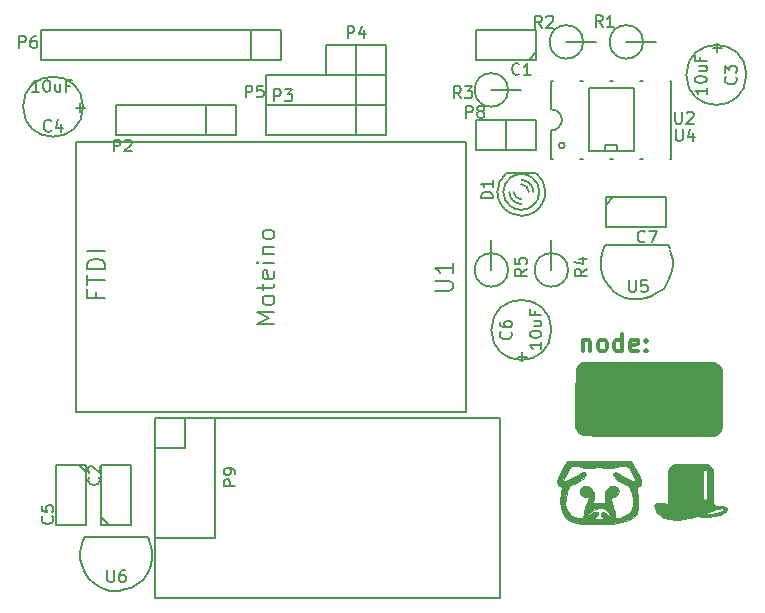
<source format=gto>
G04 #@! TF.FileFunction,Legend,Top*
%FSLAX46Y46*%
G04 Gerber Fmt 4.6, Leading zero omitted, Abs format (unit mm)*
G04 Created by KiCad (PCBNEW (2014-11-22 BZR 5299)-product) date Sun 01 Mar 2015 05:03:53 PM EST*
%MOMM*%
G01*
G04 APERTURE LIST*
%ADD10C,0.150000*%
%ADD11C,0.300000*%
%ADD12C,0.025000*%
%ADD13C,0.033000*%
%ADD14C,0.008000*%
G04 APERTURE END LIST*
D10*
D11*
X109335429Y-97341571D02*
X109335429Y-98341571D01*
X109335429Y-97484429D02*
X109406857Y-97413000D01*
X109549715Y-97341571D01*
X109764000Y-97341571D01*
X109906857Y-97413000D01*
X109978286Y-97555857D01*
X109978286Y-98341571D01*
X110906858Y-98341571D02*
X110764000Y-98270143D01*
X110692572Y-98198714D01*
X110621143Y-98055857D01*
X110621143Y-97627286D01*
X110692572Y-97484429D01*
X110764000Y-97413000D01*
X110906858Y-97341571D01*
X111121143Y-97341571D01*
X111264000Y-97413000D01*
X111335429Y-97484429D01*
X111406858Y-97627286D01*
X111406858Y-98055857D01*
X111335429Y-98198714D01*
X111264000Y-98270143D01*
X111121143Y-98341571D01*
X110906858Y-98341571D01*
X112692572Y-98341571D02*
X112692572Y-96841571D01*
X112692572Y-98270143D02*
X112549715Y-98341571D01*
X112264001Y-98341571D01*
X112121143Y-98270143D01*
X112049715Y-98198714D01*
X111978286Y-98055857D01*
X111978286Y-97627286D01*
X112049715Y-97484429D01*
X112121143Y-97413000D01*
X112264001Y-97341571D01*
X112549715Y-97341571D01*
X112692572Y-97413000D01*
X113978286Y-98270143D02*
X113835429Y-98341571D01*
X113549715Y-98341571D01*
X113406858Y-98270143D01*
X113335429Y-98127286D01*
X113335429Y-97555857D01*
X113406858Y-97413000D01*
X113549715Y-97341571D01*
X113835429Y-97341571D01*
X113978286Y-97413000D01*
X114049715Y-97555857D01*
X114049715Y-97698714D01*
X113335429Y-97841571D01*
X114692572Y-98198714D02*
X114764000Y-98270143D01*
X114692572Y-98341571D01*
X114621143Y-98270143D01*
X114692572Y-98198714D01*
X114692572Y-98341571D01*
X114692572Y-97413000D02*
X114764000Y-97484429D01*
X114692572Y-97555857D01*
X114621143Y-97484429D01*
X114692572Y-97413000D01*
X114692572Y-97555857D01*
D10*
X66421000Y-103505000D02*
X99441000Y-103505000D01*
X99441000Y-103505000D02*
X99441000Y-80645000D01*
X99441000Y-80645000D02*
X66421000Y-80645000D01*
X66421000Y-80645000D02*
X66421000Y-103505000D01*
X106680000Y-79629000D02*
X106680000Y-82042000D01*
X106680000Y-77851000D02*
X106680000Y-75438000D01*
X106680000Y-79629000D02*
G75*
G03X107569000Y-78740000I0J889000D01*
G01*
X107569000Y-78740000D02*
G75*
G03X106680000Y-77851000I-889000J0D01*
G01*
X107823000Y-80899000D02*
G75*
G03X107823000Y-80899000I-254000J0D01*
G01*
X116840000Y-82042000D02*
X116713000Y-82042000D01*
X114173000Y-82042000D02*
X114427000Y-82042000D01*
X111633000Y-82042000D02*
X111887000Y-82042000D01*
X109093000Y-82042000D02*
X109347000Y-82042000D01*
X106680000Y-82042000D02*
X106807000Y-82042000D01*
X106680000Y-75438000D02*
X106807000Y-75438000D01*
X116840000Y-75438000D02*
X116713000Y-75438000D01*
X114173000Y-75438000D02*
X114427000Y-75438000D01*
X111633000Y-75438000D02*
X111887000Y-75438000D01*
X109093000Y-75438000D02*
X109347000Y-75438000D01*
X116840000Y-82042000D02*
X116840000Y-75438000D01*
X105359200Y-73660000D02*
X100330000Y-73660000D01*
X100330000Y-73660000D02*
X100330000Y-71120000D01*
X100330000Y-71120000D02*
X105410000Y-71120000D01*
X105410000Y-71120000D02*
X105410000Y-73660000D01*
X105410000Y-73025000D02*
X104775000Y-73660000D01*
X68580000Y-112979200D02*
X68580000Y-107950000D01*
X68580000Y-107950000D02*
X71120000Y-107950000D01*
X71120000Y-107950000D02*
X71120000Y-113030000D01*
X71120000Y-113030000D02*
X68580000Y-113030000D01*
X69215000Y-113030000D02*
X68580000Y-112395000D01*
X123193173Y-74930000D02*
G75*
G03X123193173Y-74930000I-2543173J0D01*
G01*
X67033773Y-77622400D02*
G75*
G03X67033773Y-77622400I-2543173J0D01*
G01*
X67310000Y-108000800D02*
X67310000Y-113030000D01*
X67310000Y-113030000D02*
X64770000Y-113030000D01*
X64770000Y-113030000D02*
X64770000Y-107950000D01*
X64770000Y-107950000D02*
X67310000Y-107950000D01*
X66675000Y-107950000D02*
X67310000Y-108585000D01*
X106683173Y-96520000D02*
G75*
G03X106683173Y-96520000I-2543173J0D01*
G01*
X111328200Y-85293200D02*
X116357400Y-85293200D01*
X116357400Y-85293200D02*
X116357400Y-87833200D01*
X116357400Y-87833200D02*
X111277400Y-87833200D01*
X111277400Y-87833200D02*
X111277400Y-85293200D01*
X111277400Y-85928200D02*
X111912400Y-85293200D01*
X105410000Y-83261200D02*
X102870000Y-83261200D01*
X103164473Y-86006864D02*
G75*
G03X104140000Y-86360000I975527J1170864D01*
G01*
X104140469Y-86358111D02*
G75*
G03X105150920Y-85973920I-469J1522111D01*
G01*
X104139966Y-83313853D02*
G75*
G03X103149400Y-83680300I34J-1522147D01*
G01*
X105115527Y-83665136D02*
G75*
G03X104140000Y-83312000I-975527J-1170864D01*
G01*
X103252845Y-83596834D02*
G75*
G03X102616000Y-84836000I887155J-1239166D01*
G01*
X102616000Y-84836801D02*
G75*
G03X103225600Y-86055200I1524000J801D01*
G01*
X105662206Y-84835558D02*
G75*
G03X105074720Y-83634580I-1522206J-442D01*
G01*
X105076171Y-86038564D02*
G75*
G03X105664000Y-84836000I-936171J1202564D01*
G01*
X103505000Y-84836000D02*
G75*
G03X104140000Y-85471000I635000J0D01*
G01*
X103124000Y-84836000D02*
G75*
G03X104140000Y-85852000I1016000J0D01*
G01*
X104775000Y-84836000D02*
G75*
G03X104140000Y-84201000I-635000J0D01*
G01*
X105156000Y-84836000D02*
G75*
G03X104140000Y-83820000I-1016000J0D01*
G01*
X102836574Y-83277120D02*
G75*
G03X102108000Y-84836000I1303426J-1558880D01*
G01*
X102110540Y-84836975D02*
G75*
G03X103184960Y-86626700I2029460J975D01*
G01*
X106169386Y-84833448D02*
G75*
G03X105450640Y-83286600I-2029386J-2552D01*
G01*
X105149851Y-86599299D02*
G75*
G03X106172000Y-84836000I-1009851J1763299D01*
G01*
X103176653Y-86625130D02*
G75*
G03X104140000Y-86868000I963347J1789130D01*
G01*
X104140100Y-86866923D02*
G75*
G03X105204260Y-86565740I-100J2030923D01*
G01*
X77470000Y-77470000D02*
X69850000Y-77470000D01*
X77470000Y-80010000D02*
X69850000Y-80010000D01*
X80010000Y-80010000D02*
X77470000Y-80010000D01*
X69850000Y-77470000D02*
X69850000Y-80010000D01*
X77470000Y-80010000D02*
X77470000Y-77470000D01*
X80010000Y-80010000D02*
X80010000Y-77470000D01*
X80010000Y-77470000D02*
X77470000Y-77470000D01*
X90170000Y-77470000D02*
X82550000Y-77470000D01*
X90170000Y-80010000D02*
X82550000Y-80010000D01*
X92710000Y-80010000D02*
X90170000Y-80010000D01*
X82550000Y-77470000D02*
X82550000Y-80010000D01*
X90170000Y-80010000D02*
X90170000Y-77470000D01*
X92710000Y-80010000D02*
X92710000Y-77470000D01*
X92710000Y-77470000D02*
X90170000Y-77470000D01*
X90170000Y-72390000D02*
X90170000Y-74930000D01*
X87630000Y-72390000D02*
X87630000Y-74930000D01*
X87630000Y-74930000D02*
X90170000Y-74930000D01*
X90170000Y-74930000D02*
X92710000Y-74930000D01*
X92710000Y-74930000D02*
X92710000Y-72390000D01*
X92710000Y-72390000D02*
X87630000Y-72390000D01*
X90170000Y-74930000D02*
X82550000Y-74930000D01*
X90170000Y-77470000D02*
X82550000Y-77470000D01*
X92710000Y-77470000D02*
X90170000Y-77470000D01*
X82550000Y-74930000D02*
X82550000Y-77470000D01*
X90170000Y-77470000D02*
X90170000Y-74930000D01*
X92710000Y-77470000D02*
X92710000Y-74930000D01*
X92710000Y-74930000D02*
X90170000Y-74930000D01*
X81280000Y-73660000D02*
X63500000Y-73660000D01*
X63500000Y-73660000D02*
X63500000Y-71120000D01*
X63500000Y-71120000D02*
X81280000Y-71120000D01*
X83820000Y-73660000D02*
X81280000Y-73660000D01*
X81280000Y-73660000D02*
X81280000Y-71120000D01*
X83820000Y-73660000D02*
X83820000Y-71120000D01*
X83820000Y-71120000D02*
X81280000Y-71120000D01*
X102870000Y-78740000D02*
X102870000Y-81280000D01*
X100330000Y-78740000D02*
X100330000Y-81280000D01*
X100330000Y-81280000D02*
X102870000Y-81280000D01*
X102870000Y-81280000D02*
X105410000Y-81280000D01*
X105410000Y-81280000D02*
X105410000Y-78740000D01*
X105410000Y-78740000D02*
X100330000Y-78740000D01*
X113030000Y-72136000D02*
X115570000Y-72136000D01*
X114449903Y-72136000D02*
G75*
G03X114449903Y-72136000I-1419903J0D01*
G01*
X107950000Y-72136000D02*
X110490000Y-72136000D01*
X109369903Y-72136000D02*
G75*
G03X109369903Y-72136000I-1419903J0D01*
G01*
X101600000Y-76200000D02*
X104140000Y-76200000D01*
X103019903Y-76200000D02*
G75*
G03X103019903Y-76200000I-1419903J0D01*
G01*
X106680000Y-91440000D02*
X106680000Y-88900000D01*
X108099903Y-91440000D02*
G75*
G03X108099903Y-91440000I-1419903J0D01*
G01*
X101600000Y-91440000D02*
X101600000Y-88900000D01*
X103019903Y-91440000D02*
G75*
G03X103019903Y-91440000I-1419903J0D01*
G01*
X113538000Y-81407000D02*
X113665000Y-81407000D01*
X113665000Y-81407000D02*
X113665000Y-76073000D01*
X109855000Y-76073000D02*
X109855000Y-81407000D01*
X109855000Y-81407000D02*
X113538000Y-81407000D01*
X111252000Y-81407000D02*
X111252000Y-80899000D01*
X111252000Y-80899000D02*
X112268000Y-80899000D01*
X112268000Y-80899000D02*
X112268000Y-81407000D01*
X109855000Y-76073000D02*
X113665000Y-76073000D01*
X113893600Y-93929200D02*
X113385600Y-93929200D01*
X113385600Y-93929200D02*
X112877600Y-93802200D01*
X112877600Y-93802200D02*
X112369600Y-93548200D01*
X112369600Y-93548200D02*
X111988600Y-93294200D01*
X111988600Y-93294200D02*
X111607600Y-92913200D01*
X111607600Y-92913200D02*
X111226600Y-92405200D01*
X111226600Y-92405200D02*
X110972600Y-91770200D01*
X110972600Y-91770200D02*
X110845600Y-91262200D01*
X110845600Y-91262200D02*
X110845600Y-90627200D01*
X110845600Y-90627200D02*
X110972600Y-89992200D01*
X110972600Y-89992200D02*
X111099600Y-89611200D01*
X111099600Y-89611200D02*
X111226600Y-89357200D01*
X116687600Y-89738200D02*
X116814600Y-90119200D01*
X116814600Y-90119200D02*
X116941600Y-90627200D01*
X116941600Y-90627200D02*
X116941600Y-91135200D01*
X116941600Y-91135200D02*
X116814600Y-91770200D01*
X116814600Y-91770200D02*
X116560600Y-92405200D01*
X116560600Y-92405200D02*
X116179600Y-93040200D01*
X116179600Y-93040200D02*
X115544600Y-93421200D01*
X115544600Y-93421200D02*
X115163600Y-93675200D01*
X115163600Y-93675200D02*
X114655600Y-93802200D01*
X114655600Y-93802200D02*
X114147600Y-93929200D01*
X114147600Y-93929200D02*
X113893600Y-93929200D01*
X116560600Y-89357200D02*
X116687600Y-89611200D01*
X116560600Y-89357200D02*
X111226600Y-89357200D01*
X69850000Y-118618000D02*
X69342000Y-118618000D01*
X69342000Y-118618000D02*
X68834000Y-118491000D01*
X68834000Y-118491000D02*
X68326000Y-118237000D01*
X68326000Y-118237000D02*
X67945000Y-117983000D01*
X67945000Y-117983000D02*
X67564000Y-117602000D01*
X67564000Y-117602000D02*
X67183000Y-117094000D01*
X67183000Y-117094000D02*
X66929000Y-116459000D01*
X66929000Y-116459000D02*
X66802000Y-115951000D01*
X66802000Y-115951000D02*
X66802000Y-115316000D01*
X66802000Y-115316000D02*
X66929000Y-114681000D01*
X66929000Y-114681000D02*
X67056000Y-114300000D01*
X67056000Y-114300000D02*
X67183000Y-114046000D01*
X72644000Y-114427000D02*
X72771000Y-114808000D01*
X72771000Y-114808000D02*
X72898000Y-115316000D01*
X72898000Y-115316000D02*
X72898000Y-115824000D01*
X72898000Y-115824000D02*
X72771000Y-116459000D01*
X72771000Y-116459000D02*
X72517000Y-117094000D01*
X72517000Y-117094000D02*
X72136000Y-117729000D01*
X72136000Y-117729000D02*
X71501000Y-118110000D01*
X71501000Y-118110000D02*
X71120000Y-118364000D01*
X71120000Y-118364000D02*
X70612000Y-118491000D01*
X70612000Y-118491000D02*
X70104000Y-118618000D01*
X70104000Y-118618000D02*
X69850000Y-118618000D01*
X72517000Y-114046000D02*
X72644000Y-114300000D01*
X72517000Y-114046000D02*
X67183000Y-114046000D01*
X73126600Y-114096800D02*
X73126600Y-119176800D01*
X73126600Y-119176800D02*
X102336600Y-119176800D01*
X102336600Y-119176800D02*
X102336600Y-103936800D01*
X102336600Y-103936800D02*
X78206600Y-103936800D01*
X73126600Y-106476800D02*
X73126600Y-114096800D01*
X73126600Y-114096800D02*
X78206600Y-114096800D01*
X78206600Y-114096800D02*
X78206600Y-103936800D01*
X78206600Y-103936800D02*
X75666600Y-103936800D01*
X73126600Y-103936800D02*
X73126600Y-106476800D01*
X75666600Y-103936800D02*
X75666600Y-106476800D01*
X75666600Y-106476800D02*
X73126600Y-106476800D01*
X73126600Y-103936800D02*
X75666600Y-103936800D01*
D12*
G36*
X114297006Y-109327794D02*
X114265489Y-109617715D01*
X114079805Y-109759755D01*
X113914919Y-109864871D01*
X113925048Y-109999983D01*
X113971309Y-110201285D01*
X114017623Y-110545686D01*
X114049750Y-110904421D01*
X114045308Y-111512954D01*
X113925944Y-111994438D01*
X113814634Y-112156768D01*
X113814634Y-109319168D01*
X113790471Y-109204825D01*
X113680541Y-108952782D01*
X113520293Y-108639644D01*
X113320246Y-108292403D01*
X113164120Y-108101806D01*
X113001871Y-108022472D01*
X112824448Y-108008616D01*
X112467384Y-108058799D01*
X112181935Y-108160015D01*
X111934910Y-108245358D01*
X111630522Y-108245529D01*
X111318558Y-108193030D01*
X110631528Y-108133537D01*
X110169442Y-108193030D01*
X109767143Y-108253543D01*
X109486219Y-108231332D01*
X109306065Y-108160015D01*
X108975650Y-108048203D01*
X108663551Y-108008616D01*
X108457550Y-108029601D01*
X108299663Y-108123768D01*
X108139849Y-108336497D01*
X107967707Y-108639644D01*
X107799179Y-108970150D01*
X107693555Y-109215746D01*
X107673366Y-109319168D01*
X107820119Y-109326873D01*
X108094462Y-109242022D01*
X108435111Y-109090247D01*
X108780782Y-108897182D01*
X108943867Y-108787753D01*
X109217524Y-108601878D01*
X109379075Y-108541243D01*
X109489423Y-108590690D01*
X109535123Y-108640605D01*
X109601725Y-108771140D01*
X109541476Y-108909087D01*
X109327243Y-109111285D01*
X109299212Y-109134802D01*
X108967740Y-109368028D01*
X108624013Y-109547118D01*
X108551587Y-109574194D01*
X108319702Y-109681604D01*
X108168396Y-109857933D01*
X108044910Y-110171224D01*
X108016554Y-110264219D01*
X107885992Y-110796297D01*
X107861972Y-111208144D01*
X107945790Y-111575911D01*
X108042638Y-111795649D01*
X108329291Y-112159764D01*
X108627333Y-112318528D01*
X109032480Y-112435743D01*
X109274333Y-112443798D01*
X109386959Y-112336937D01*
X109407158Y-112186757D01*
X109446413Y-111926740D01*
X109546990Y-111561581D01*
X109629909Y-111323379D01*
X109751226Y-110999691D01*
X109832153Y-110775151D01*
X109852716Y-110709465D01*
X109757505Y-110688116D01*
X109629965Y-110683226D01*
X109629965Y-110180298D01*
X109574263Y-110124596D01*
X109518561Y-110180298D01*
X109574263Y-110236000D01*
X109629965Y-110180298D01*
X109629965Y-110683226D01*
X109587904Y-110681614D01*
X109289476Y-110598003D01*
X109118732Y-110392635D01*
X109086907Y-110133708D01*
X109205240Y-109889423D01*
X109433393Y-109743840D01*
X109676054Y-109697198D01*
X109882535Y-109784101D01*
X110028949Y-109908703D01*
X110212970Y-110118788D01*
X110283172Y-110346504D01*
X110272401Y-110681614D01*
X110225041Y-111182930D01*
X110744000Y-111182930D01*
X111262959Y-111182930D01*
X111215599Y-110681614D01*
X111205465Y-110339639D01*
X111278179Y-110113630D01*
X111459051Y-109908703D01*
X111693414Y-109730010D01*
X111902064Y-109701995D01*
X112054607Y-109743840D01*
X112311997Y-109922067D01*
X112407167Y-110172028D01*
X112352049Y-110426483D01*
X112158578Y-110618192D01*
X111969439Y-110662554D01*
X111969439Y-110180298D01*
X111913737Y-110124596D01*
X111858035Y-110180298D01*
X111913737Y-110236000D01*
X111969439Y-110180298D01*
X111969439Y-110662554D01*
X111888177Y-110681614D01*
X111694059Y-110712098D01*
X111676732Y-110830966D01*
X111694057Y-110876570D01*
X111929055Y-111483661D01*
X112051707Y-111938438D01*
X112075952Y-112170109D01*
X112094319Y-112374717D01*
X112184078Y-112448878D01*
X112410215Y-112430243D01*
X112498605Y-112414978D01*
X113030783Y-112232774D01*
X113393965Y-111908702D01*
X113584749Y-111449964D01*
X113599731Y-110863767D01*
X113487181Y-110322668D01*
X113365064Y-109954873D01*
X113238869Y-109742257D01*
X113061935Y-109621294D01*
X112937689Y-109574615D01*
X112611657Y-109421628D01*
X112263605Y-109194223D01*
X112188788Y-109134802D01*
X111959220Y-108923949D01*
X111886102Y-108782513D01*
X111942300Y-108653652D01*
X111952877Y-108640605D01*
X112059880Y-108549467D01*
X112192521Y-108562048D01*
X112411704Y-108693506D01*
X112544133Y-108787753D01*
X112867858Y-108992245D01*
X113218788Y-109168928D01*
X113535638Y-109292167D01*
X113757124Y-109336329D01*
X113814634Y-109319168D01*
X113814634Y-112156768D01*
X113673732Y-112362253D01*
X113270742Y-112629773D01*
X112699046Y-112810378D01*
X111940716Y-112917445D01*
X111613441Y-112936849D01*
X111613441Y-112281969D01*
X111548592Y-112034023D01*
X111330440Y-111797843D01*
X111024548Y-111626903D01*
X110744000Y-111572842D01*
X110419015Y-111642427D01*
X110133844Y-111819099D01*
X109930403Y-112054739D01*
X109850610Y-112301225D01*
X109931458Y-112505621D01*
X110074537Y-112540376D01*
X110376198Y-112557284D01*
X110772684Y-112552918D01*
X110794835Y-112552040D01*
X111208656Y-112528272D01*
X111449484Y-112488527D01*
X111567133Y-112416369D01*
X111611416Y-112295366D01*
X111613441Y-112281969D01*
X111613441Y-112936849D01*
X111301018Y-112955374D01*
X110687917Y-112968454D01*
X110082472Y-112965405D01*
X109559244Y-112947485D01*
X109225803Y-112920384D01*
X108512673Y-112765887D01*
X107987600Y-112498236D01*
X107640361Y-112105900D01*
X107460731Y-111577348D01*
X107438249Y-110904421D01*
X107475536Y-110499772D01*
X107522418Y-110168248D01*
X107562952Y-109999983D01*
X107552843Y-109833457D01*
X107408195Y-109759755D01*
X107220528Y-109613741D01*
X107191882Y-109321241D01*
X107321118Y-108890655D01*
X107600527Y-108341644D01*
X108021966Y-107618018D01*
X108742413Y-107639071D01*
X109324760Y-107650750D01*
X110052282Y-107657503D01*
X110847399Y-107659332D01*
X111632532Y-107656236D01*
X112330103Y-107648215D01*
X112745587Y-107639071D01*
X113466034Y-107618018D01*
X113887473Y-108341644D01*
X114170621Y-108899636D01*
X114297006Y-109327794D01*
X114297006Y-109327794D01*
X114297006Y-109327794D01*
G37*
X114297006Y-109327794D02*
X114265489Y-109617715D01*
X114079805Y-109759755D01*
X113914919Y-109864871D01*
X113925048Y-109999983D01*
X113971309Y-110201285D01*
X114017623Y-110545686D01*
X114049750Y-110904421D01*
X114045308Y-111512954D01*
X113925944Y-111994438D01*
X113814634Y-112156768D01*
X113814634Y-109319168D01*
X113790471Y-109204825D01*
X113680541Y-108952782D01*
X113520293Y-108639644D01*
X113320246Y-108292403D01*
X113164120Y-108101806D01*
X113001871Y-108022472D01*
X112824448Y-108008616D01*
X112467384Y-108058799D01*
X112181935Y-108160015D01*
X111934910Y-108245358D01*
X111630522Y-108245529D01*
X111318558Y-108193030D01*
X110631528Y-108133537D01*
X110169442Y-108193030D01*
X109767143Y-108253543D01*
X109486219Y-108231332D01*
X109306065Y-108160015D01*
X108975650Y-108048203D01*
X108663551Y-108008616D01*
X108457550Y-108029601D01*
X108299663Y-108123768D01*
X108139849Y-108336497D01*
X107967707Y-108639644D01*
X107799179Y-108970150D01*
X107693555Y-109215746D01*
X107673366Y-109319168D01*
X107820119Y-109326873D01*
X108094462Y-109242022D01*
X108435111Y-109090247D01*
X108780782Y-108897182D01*
X108943867Y-108787753D01*
X109217524Y-108601878D01*
X109379075Y-108541243D01*
X109489423Y-108590690D01*
X109535123Y-108640605D01*
X109601725Y-108771140D01*
X109541476Y-108909087D01*
X109327243Y-109111285D01*
X109299212Y-109134802D01*
X108967740Y-109368028D01*
X108624013Y-109547118D01*
X108551587Y-109574194D01*
X108319702Y-109681604D01*
X108168396Y-109857933D01*
X108044910Y-110171224D01*
X108016554Y-110264219D01*
X107885992Y-110796297D01*
X107861972Y-111208144D01*
X107945790Y-111575911D01*
X108042638Y-111795649D01*
X108329291Y-112159764D01*
X108627333Y-112318528D01*
X109032480Y-112435743D01*
X109274333Y-112443798D01*
X109386959Y-112336937D01*
X109407158Y-112186757D01*
X109446413Y-111926740D01*
X109546990Y-111561581D01*
X109629909Y-111323379D01*
X109751226Y-110999691D01*
X109832153Y-110775151D01*
X109852716Y-110709465D01*
X109757505Y-110688116D01*
X109629965Y-110683226D01*
X109629965Y-110180298D01*
X109574263Y-110124596D01*
X109518561Y-110180298D01*
X109574263Y-110236000D01*
X109629965Y-110180298D01*
X109629965Y-110683226D01*
X109587904Y-110681614D01*
X109289476Y-110598003D01*
X109118732Y-110392635D01*
X109086907Y-110133708D01*
X109205240Y-109889423D01*
X109433393Y-109743840D01*
X109676054Y-109697198D01*
X109882535Y-109784101D01*
X110028949Y-109908703D01*
X110212970Y-110118788D01*
X110283172Y-110346504D01*
X110272401Y-110681614D01*
X110225041Y-111182930D01*
X110744000Y-111182930D01*
X111262959Y-111182930D01*
X111215599Y-110681614D01*
X111205465Y-110339639D01*
X111278179Y-110113630D01*
X111459051Y-109908703D01*
X111693414Y-109730010D01*
X111902064Y-109701995D01*
X112054607Y-109743840D01*
X112311997Y-109922067D01*
X112407167Y-110172028D01*
X112352049Y-110426483D01*
X112158578Y-110618192D01*
X111969439Y-110662554D01*
X111969439Y-110180298D01*
X111913737Y-110124596D01*
X111858035Y-110180298D01*
X111913737Y-110236000D01*
X111969439Y-110180298D01*
X111969439Y-110662554D01*
X111888177Y-110681614D01*
X111694059Y-110712098D01*
X111676732Y-110830966D01*
X111694057Y-110876570D01*
X111929055Y-111483661D01*
X112051707Y-111938438D01*
X112075952Y-112170109D01*
X112094319Y-112374717D01*
X112184078Y-112448878D01*
X112410215Y-112430243D01*
X112498605Y-112414978D01*
X113030783Y-112232774D01*
X113393965Y-111908702D01*
X113584749Y-111449964D01*
X113599731Y-110863767D01*
X113487181Y-110322668D01*
X113365064Y-109954873D01*
X113238869Y-109742257D01*
X113061935Y-109621294D01*
X112937689Y-109574615D01*
X112611657Y-109421628D01*
X112263605Y-109194223D01*
X112188788Y-109134802D01*
X111959220Y-108923949D01*
X111886102Y-108782513D01*
X111942300Y-108653652D01*
X111952877Y-108640605D01*
X112059880Y-108549467D01*
X112192521Y-108562048D01*
X112411704Y-108693506D01*
X112544133Y-108787753D01*
X112867858Y-108992245D01*
X113218788Y-109168928D01*
X113535638Y-109292167D01*
X113757124Y-109336329D01*
X113814634Y-109319168D01*
X113814634Y-112156768D01*
X113673732Y-112362253D01*
X113270742Y-112629773D01*
X112699046Y-112810378D01*
X111940716Y-112917445D01*
X111613441Y-112936849D01*
X111613441Y-112281969D01*
X111548592Y-112034023D01*
X111330440Y-111797843D01*
X111024548Y-111626903D01*
X110744000Y-111572842D01*
X110419015Y-111642427D01*
X110133844Y-111819099D01*
X109930403Y-112054739D01*
X109850610Y-112301225D01*
X109931458Y-112505621D01*
X110074537Y-112540376D01*
X110376198Y-112557284D01*
X110772684Y-112552918D01*
X110794835Y-112552040D01*
X111208656Y-112528272D01*
X111449484Y-112488527D01*
X111567133Y-112416369D01*
X111611416Y-112295366D01*
X111613441Y-112281969D01*
X111613441Y-112936849D01*
X111301018Y-112955374D01*
X110687917Y-112968454D01*
X110082472Y-112965405D01*
X109559244Y-112947485D01*
X109225803Y-112920384D01*
X108512673Y-112765887D01*
X107987600Y-112498236D01*
X107640361Y-112105900D01*
X107460731Y-111577348D01*
X107438249Y-110904421D01*
X107475536Y-110499772D01*
X107522418Y-110168248D01*
X107562952Y-109999983D01*
X107552843Y-109833457D01*
X107408195Y-109759755D01*
X107220528Y-109613741D01*
X107191882Y-109321241D01*
X107321118Y-108890655D01*
X107600527Y-108341644D01*
X108021966Y-107618018D01*
X108742413Y-107639071D01*
X109324760Y-107650750D01*
X110052282Y-107657503D01*
X110847399Y-107659332D01*
X111632532Y-107656236D01*
X112330103Y-107648215D01*
X112745587Y-107639071D01*
X113466034Y-107618018D01*
X113887473Y-108341644D01*
X114170621Y-108899636D01*
X114297006Y-109327794D01*
X114297006Y-109327794D01*
G36*
X110637084Y-112125962D02*
X110548012Y-112298409D01*
X110362181Y-112422906D01*
X110270535Y-112443619D01*
X110025670Y-112424477D01*
X109964175Y-112326645D01*
X110061445Y-112085385D01*
X110297319Y-111929687D01*
X110439818Y-111907053D01*
X110608114Y-111973024D01*
X110637084Y-112125962D01*
X110637084Y-112125962D01*
X110637084Y-112125962D01*
G37*
X110637084Y-112125962D02*
X110548012Y-112298409D01*
X110362181Y-112422906D01*
X110270535Y-112443619D01*
X110025670Y-112424477D01*
X109964175Y-112326645D01*
X110061445Y-112085385D01*
X110297319Y-111929687D01*
X110439818Y-111907053D01*
X110608114Y-111973024D01*
X110637084Y-112125962D01*
X110637084Y-112125962D01*
G36*
X111523825Y-112319246D02*
X111432159Y-112420273D01*
X111227141Y-112464341D01*
X111013735Y-112438986D01*
X110929672Y-112389801D01*
X110849630Y-112198850D01*
X110897757Y-112002889D01*
X111046491Y-111907307D01*
X111055930Y-111907053D01*
X111321353Y-111992213D01*
X111497153Y-112195777D01*
X111523825Y-112319246D01*
X111523825Y-112319246D01*
X111523825Y-112319246D01*
G37*
X111523825Y-112319246D02*
X111432159Y-112420273D01*
X111227141Y-112464341D01*
X111013735Y-112438986D01*
X110929672Y-112389801D01*
X110849630Y-112198850D01*
X110897757Y-112002889D01*
X111046491Y-111907307D01*
X111055930Y-111907053D01*
X111321353Y-111992213D01*
X111497153Y-112195777D01*
X111523825Y-112319246D01*
X111523825Y-112319246D01*
D13*
G36*
X121558238Y-111707120D02*
X121539650Y-111776981D01*
X121534607Y-111788000D01*
X121501832Y-111839186D01*
X121452216Y-111895596D01*
X121390754Y-111952127D01*
X121326027Y-112001233D01*
X121266430Y-112036175D01*
X121266430Y-111693206D01*
X121262306Y-111675281D01*
X121242053Y-111654966D01*
X121240221Y-111653386D01*
X121211515Y-111636409D01*
X121171764Y-111627011D01*
X121117970Y-111625086D01*
X121047140Y-111630531D01*
X120956276Y-111643240D01*
X120954873Y-111643465D01*
X120883986Y-111656056D01*
X120809073Y-111671912D01*
X120728093Y-111691660D01*
X120639009Y-111715927D01*
X120539782Y-111745337D01*
X120428371Y-111780516D01*
X120302738Y-111822092D01*
X120160845Y-111870689D01*
X120000652Y-111926934D01*
X119879948Y-111970070D01*
X119879948Y-110763852D01*
X119879903Y-109615226D01*
X119879885Y-109422929D01*
X119879827Y-109253309D01*
X119879699Y-109104885D01*
X119879472Y-108976177D01*
X119879114Y-108865706D01*
X119878598Y-108771992D01*
X119877891Y-108693555D01*
X119876964Y-108628916D01*
X119875789Y-108576594D01*
X119874333Y-108535111D01*
X119872568Y-108502987D01*
X119870464Y-108478740D01*
X119867990Y-108460893D01*
X119865118Y-108447966D01*
X119861815Y-108438477D01*
X119858054Y-108430949D01*
X119855858Y-108427238D01*
X119814748Y-108379885D01*
X119763852Y-108351149D01*
X119708085Y-108340878D01*
X119652365Y-108348920D01*
X119601607Y-108375124D01*
X119560729Y-108419338D01*
X119550846Y-108436647D01*
X119547269Y-108444983D01*
X119544117Y-108455855D01*
X119541365Y-108470753D01*
X119538986Y-108491167D01*
X119536952Y-108518586D01*
X119535237Y-108554499D01*
X119533815Y-108600395D01*
X119532657Y-108657764D01*
X119531738Y-108728096D01*
X119531030Y-108812880D01*
X119530506Y-108913605D01*
X119530140Y-109031761D01*
X119529904Y-109168836D01*
X119529773Y-109326322D01*
X119529718Y-109505705D01*
X119529710Y-109607160D01*
X119529716Y-109797627D01*
X119529761Y-109965447D01*
X119529878Y-110112130D01*
X119530097Y-110239185D01*
X119530451Y-110348122D01*
X119530971Y-110440449D01*
X119531689Y-110517675D01*
X119532636Y-110581310D01*
X119533844Y-110632864D01*
X119535345Y-110673844D01*
X119537171Y-110705761D01*
X119539353Y-110730124D01*
X119541922Y-110748441D01*
X119544911Y-110762223D01*
X119548351Y-110772978D01*
X119552274Y-110782215D01*
X119554461Y-110786807D01*
X119586286Y-110832951D01*
X119629947Y-110863078D01*
X119683140Y-110883445D01*
X119729023Y-110885604D01*
X119775987Y-110869703D01*
X119783514Y-110865838D01*
X119819565Y-110839821D01*
X119850720Y-110806571D01*
X119852773Y-110803663D01*
X119879948Y-110763852D01*
X119879948Y-111970070D01*
X119820120Y-111991451D01*
X119813520Y-111993827D01*
X119733968Y-112022824D01*
X119674890Y-112045526D01*
X119633860Y-112063331D01*
X119608457Y-112077640D01*
X119596255Y-112089852D01*
X119594832Y-112101366D01*
X119601762Y-112113582D01*
X119603160Y-112115306D01*
X119611150Y-112122439D01*
X119623711Y-112127473D01*
X119644251Y-112130587D01*
X119676176Y-112131961D01*
X119722892Y-112131772D01*
X119787806Y-112130200D01*
X119849718Y-112128246D01*
X119930464Y-112125074D01*
X120010967Y-112121027D01*
X120084948Y-112116481D01*
X120146128Y-112111817D01*
X120181893Y-112108222D01*
X120368543Y-112082199D01*
X120541085Y-112051222D01*
X120698302Y-112015729D01*
X120838978Y-111976160D01*
X120961896Y-111932954D01*
X121065838Y-111886549D01*
X121149589Y-111837385D01*
X121211930Y-111785900D01*
X121251646Y-111732534D01*
X121257374Y-111720228D01*
X121266430Y-111693206D01*
X121266430Y-112036175D01*
X121224188Y-112060942D01*
X121101336Y-112116133D01*
X120960261Y-112166399D01*
X120803754Y-112211334D01*
X120634605Y-112250530D01*
X120455604Y-112283581D01*
X120269541Y-112310081D01*
X120079207Y-112329621D01*
X119887391Y-112341796D01*
X119696884Y-112346198D01*
X119510477Y-112342421D01*
X119330959Y-112330059D01*
X119188459Y-112312878D01*
X119125497Y-112304022D01*
X119068023Y-112296679D01*
X119021889Y-112291547D01*
X118992950Y-112289323D01*
X118990592Y-112289283D01*
X118966871Y-112292503D01*
X118924559Y-112301467D01*
X118868231Y-112315078D01*
X118802462Y-112332240D01*
X118742997Y-112348673D01*
X118544840Y-112403318D01*
X118365156Y-112449379D01*
X118200090Y-112487493D01*
X118045789Y-112518298D01*
X117898399Y-112542428D01*
X117754064Y-112560522D01*
X117608933Y-112573215D01*
X117459149Y-112581143D01*
X117313413Y-112584785D01*
X117227965Y-112585728D01*
X117148432Y-112586190D01*
X117078677Y-112586182D01*
X117022566Y-112585714D01*
X116983964Y-112584795D01*
X116969196Y-112583863D01*
X116858201Y-112570241D01*
X116766510Y-112557910D01*
X116689371Y-112545979D01*
X116622030Y-112533557D01*
X116559734Y-112519756D01*
X116497730Y-112503684D01*
X116431266Y-112484452D01*
X116419656Y-112480948D01*
X116231758Y-112413346D01*
X116059524Y-112329517D01*
X115903892Y-112230191D01*
X115765804Y-112116098D01*
X115646201Y-111987969D01*
X115546024Y-111846531D01*
X115502909Y-111769882D01*
X115448676Y-111650888D01*
X115414723Y-111543238D01*
X115400992Y-111447286D01*
X115407426Y-111363386D01*
X115433965Y-111291892D01*
X115480552Y-111233158D01*
X115547128Y-111187538D01*
X115602569Y-111164592D01*
X115634772Y-111154594D01*
X115664373Y-111147818D01*
X115696627Y-111143893D01*
X115736783Y-111142449D01*
X115790097Y-111143116D01*
X115861820Y-111145522D01*
X115869093Y-111145801D01*
X115968441Y-111151465D01*
X116060344Y-111160200D01*
X116137976Y-111171294D01*
X116166022Y-111176776D01*
X116259019Y-111197119D01*
X116331271Y-111212870D01*
X116385678Y-111224384D01*
X116425137Y-111232019D01*
X116452548Y-111236129D01*
X116470808Y-111237072D01*
X116482818Y-111235204D01*
X116491475Y-111230880D01*
X116499677Y-111224457D01*
X116507009Y-111218673D01*
X116535190Y-111192405D01*
X116555353Y-111164827D01*
X116557813Y-111154893D01*
X116560011Y-111134456D01*
X116561960Y-111102412D01*
X116563671Y-111057659D01*
X116565157Y-110999092D01*
X116566430Y-110925608D01*
X116567504Y-110836104D01*
X116568389Y-110729476D01*
X116569099Y-110604623D01*
X116569646Y-110460438D01*
X116570042Y-110295821D01*
X116570299Y-110109666D01*
X116570431Y-109900872D01*
X116570450Y-109816890D01*
X116570590Y-109577652D01*
X116570943Y-109362196D01*
X116571512Y-109170150D01*
X116572303Y-109001143D01*
X116573318Y-108854802D01*
X116574560Y-108730755D01*
X116576033Y-108628629D01*
X116577742Y-108548053D01*
X116579689Y-108488655D01*
X116581879Y-108450062D01*
X116583794Y-108433981D01*
X116595353Y-108392964D01*
X116614531Y-108340093D01*
X116637770Y-108284932D01*
X116645243Y-108268860D01*
X116707055Y-108166252D01*
X116787431Y-108075072D01*
X116882534Y-107998281D01*
X116988526Y-107938840D01*
X117101571Y-107899709D01*
X117132246Y-107893114D01*
X117153600Y-107890759D01*
X117191355Y-107888705D01*
X117246245Y-107886947D01*
X117319005Y-107885481D01*
X117410370Y-107884300D01*
X117521076Y-107883400D01*
X117651856Y-107882776D01*
X117803444Y-107882422D01*
X117976578Y-107882333D01*
X118171990Y-107882503D01*
X118390416Y-107882929D01*
X118521195Y-107883271D01*
X119837676Y-107886992D01*
X119912833Y-107915102D01*
X120032194Y-107972313D01*
X120138173Y-108048837D01*
X120228866Y-108142732D01*
X120302370Y-108252058D01*
X120352940Y-108363939D01*
X120381177Y-108442445D01*
X120387216Y-109839419D01*
X120393255Y-111236392D01*
X120430025Y-111288756D01*
X120463028Y-111326409D01*
X120503125Y-111359957D01*
X120518924Y-111369936D01*
X120536335Y-111379069D01*
X120553567Y-111386067D01*
X120574038Y-111391246D01*
X120601166Y-111394917D01*
X120638371Y-111397395D01*
X120689070Y-111398992D01*
X120756683Y-111400023D01*
X120844627Y-111400800D01*
X120856567Y-111400890D01*
X120975856Y-111402657D01*
X121074734Y-111406357D01*
X121156904Y-111412531D01*
X121226070Y-111421719D01*
X121285935Y-111434460D01*
X121340204Y-111451295D01*
X121392580Y-111472764D01*
X121411895Y-111481832D01*
X121479651Y-111525204D01*
X121527271Y-111578818D01*
X121553789Y-111640261D01*
X121558238Y-111707120D01*
X121558238Y-111707120D01*
X121558238Y-111707120D01*
G37*
X121558238Y-111707120D02*
X121539650Y-111776981D01*
X121534607Y-111788000D01*
X121501832Y-111839186D01*
X121452216Y-111895596D01*
X121390754Y-111952127D01*
X121326027Y-112001233D01*
X121266430Y-112036175D01*
X121266430Y-111693206D01*
X121262306Y-111675281D01*
X121242053Y-111654966D01*
X121240221Y-111653386D01*
X121211515Y-111636409D01*
X121171764Y-111627011D01*
X121117970Y-111625086D01*
X121047140Y-111630531D01*
X120956276Y-111643240D01*
X120954873Y-111643465D01*
X120883986Y-111656056D01*
X120809073Y-111671912D01*
X120728093Y-111691660D01*
X120639009Y-111715927D01*
X120539782Y-111745337D01*
X120428371Y-111780516D01*
X120302738Y-111822092D01*
X120160845Y-111870689D01*
X120000652Y-111926934D01*
X119879948Y-111970070D01*
X119879948Y-110763852D01*
X119879903Y-109615226D01*
X119879885Y-109422929D01*
X119879827Y-109253309D01*
X119879699Y-109104885D01*
X119879472Y-108976177D01*
X119879114Y-108865706D01*
X119878598Y-108771992D01*
X119877891Y-108693555D01*
X119876964Y-108628916D01*
X119875789Y-108576594D01*
X119874333Y-108535111D01*
X119872568Y-108502987D01*
X119870464Y-108478740D01*
X119867990Y-108460893D01*
X119865118Y-108447966D01*
X119861815Y-108438477D01*
X119858054Y-108430949D01*
X119855858Y-108427238D01*
X119814748Y-108379885D01*
X119763852Y-108351149D01*
X119708085Y-108340878D01*
X119652365Y-108348920D01*
X119601607Y-108375124D01*
X119560729Y-108419338D01*
X119550846Y-108436647D01*
X119547269Y-108444983D01*
X119544117Y-108455855D01*
X119541365Y-108470753D01*
X119538986Y-108491167D01*
X119536952Y-108518586D01*
X119535237Y-108554499D01*
X119533815Y-108600395D01*
X119532657Y-108657764D01*
X119531738Y-108728096D01*
X119531030Y-108812880D01*
X119530506Y-108913605D01*
X119530140Y-109031761D01*
X119529904Y-109168836D01*
X119529773Y-109326322D01*
X119529718Y-109505705D01*
X119529710Y-109607160D01*
X119529716Y-109797627D01*
X119529761Y-109965447D01*
X119529878Y-110112130D01*
X119530097Y-110239185D01*
X119530451Y-110348122D01*
X119530971Y-110440449D01*
X119531689Y-110517675D01*
X119532636Y-110581310D01*
X119533844Y-110632864D01*
X119535345Y-110673844D01*
X119537171Y-110705761D01*
X119539353Y-110730124D01*
X119541922Y-110748441D01*
X119544911Y-110762223D01*
X119548351Y-110772978D01*
X119552274Y-110782215D01*
X119554461Y-110786807D01*
X119586286Y-110832951D01*
X119629947Y-110863078D01*
X119683140Y-110883445D01*
X119729023Y-110885604D01*
X119775987Y-110869703D01*
X119783514Y-110865838D01*
X119819565Y-110839821D01*
X119850720Y-110806571D01*
X119852773Y-110803663D01*
X119879948Y-110763852D01*
X119879948Y-111970070D01*
X119820120Y-111991451D01*
X119813520Y-111993827D01*
X119733968Y-112022824D01*
X119674890Y-112045526D01*
X119633860Y-112063331D01*
X119608457Y-112077640D01*
X119596255Y-112089852D01*
X119594832Y-112101366D01*
X119601762Y-112113582D01*
X119603160Y-112115306D01*
X119611150Y-112122439D01*
X119623711Y-112127473D01*
X119644251Y-112130587D01*
X119676176Y-112131961D01*
X119722892Y-112131772D01*
X119787806Y-112130200D01*
X119849718Y-112128246D01*
X119930464Y-112125074D01*
X120010967Y-112121027D01*
X120084948Y-112116481D01*
X120146128Y-112111817D01*
X120181893Y-112108222D01*
X120368543Y-112082199D01*
X120541085Y-112051222D01*
X120698302Y-112015729D01*
X120838978Y-111976160D01*
X120961896Y-111932954D01*
X121065838Y-111886549D01*
X121149589Y-111837385D01*
X121211930Y-111785900D01*
X121251646Y-111732534D01*
X121257374Y-111720228D01*
X121266430Y-111693206D01*
X121266430Y-112036175D01*
X121224188Y-112060942D01*
X121101336Y-112116133D01*
X120960261Y-112166399D01*
X120803754Y-112211334D01*
X120634605Y-112250530D01*
X120455604Y-112283581D01*
X120269541Y-112310081D01*
X120079207Y-112329621D01*
X119887391Y-112341796D01*
X119696884Y-112346198D01*
X119510477Y-112342421D01*
X119330959Y-112330059D01*
X119188459Y-112312878D01*
X119125497Y-112304022D01*
X119068023Y-112296679D01*
X119021889Y-112291547D01*
X118992950Y-112289323D01*
X118990592Y-112289283D01*
X118966871Y-112292503D01*
X118924559Y-112301467D01*
X118868231Y-112315078D01*
X118802462Y-112332240D01*
X118742997Y-112348673D01*
X118544840Y-112403318D01*
X118365156Y-112449379D01*
X118200090Y-112487493D01*
X118045789Y-112518298D01*
X117898399Y-112542428D01*
X117754064Y-112560522D01*
X117608933Y-112573215D01*
X117459149Y-112581143D01*
X117313413Y-112584785D01*
X117227965Y-112585728D01*
X117148432Y-112586190D01*
X117078677Y-112586182D01*
X117022566Y-112585714D01*
X116983964Y-112584795D01*
X116969196Y-112583863D01*
X116858201Y-112570241D01*
X116766510Y-112557910D01*
X116689371Y-112545979D01*
X116622030Y-112533557D01*
X116559734Y-112519756D01*
X116497730Y-112503684D01*
X116431266Y-112484452D01*
X116419656Y-112480948D01*
X116231758Y-112413346D01*
X116059524Y-112329517D01*
X115903892Y-112230191D01*
X115765804Y-112116098D01*
X115646201Y-111987969D01*
X115546024Y-111846531D01*
X115502909Y-111769882D01*
X115448676Y-111650888D01*
X115414723Y-111543238D01*
X115400992Y-111447286D01*
X115407426Y-111363386D01*
X115433965Y-111291892D01*
X115480552Y-111233158D01*
X115547128Y-111187538D01*
X115602569Y-111164592D01*
X115634772Y-111154594D01*
X115664373Y-111147818D01*
X115696627Y-111143893D01*
X115736783Y-111142449D01*
X115790097Y-111143116D01*
X115861820Y-111145522D01*
X115869093Y-111145801D01*
X115968441Y-111151465D01*
X116060344Y-111160200D01*
X116137976Y-111171294D01*
X116166022Y-111176776D01*
X116259019Y-111197119D01*
X116331271Y-111212870D01*
X116385678Y-111224384D01*
X116425137Y-111232019D01*
X116452548Y-111236129D01*
X116470808Y-111237072D01*
X116482818Y-111235204D01*
X116491475Y-111230880D01*
X116499677Y-111224457D01*
X116507009Y-111218673D01*
X116535190Y-111192405D01*
X116555353Y-111164827D01*
X116557813Y-111154893D01*
X116560011Y-111134456D01*
X116561960Y-111102412D01*
X116563671Y-111057659D01*
X116565157Y-110999092D01*
X116566430Y-110925608D01*
X116567504Y-110836104D01*
X116568389Y-110729476D01*
X116569099Y-110604623D01*
X116569646Y-110460438D01*
X116570042Y-110295821D01*
X116570299Y-110109666D01*
X116570431Y-109900872D01*
X116570450Y-109816890D01*
X116570590Y-109577652D01*
X116570943Y-109362196D01*
X116571512Y-109170150D01*
X116572303Y-109001143D01*
X116573318Y-108854802D01*
X116574560Y-108730755D01*
X116576033Y-108628629D01*
X116577742Y-108548053D01*
X116579689Y-108488655D01*
X116581879Y-108450062D01*
X116583794Y-108433981D01*
X116595353Y-108392964D01*
X116614531Y-108340093D01*
X116637770Y-108284932D01*
X116645243Y-108268860D01*
X116707055Y-108166252D01*
X116787431Y-108075072D01*
X116882534Y-107998281D01*
X116988526Y-107938840D01*
X117101571Y-107899709D01*
X117132246Y-107893114D01*
X117153600Y-107890759D01*
X117191355Y-107888705D01*
X117246245Y-107886947D01*
X117319005Y-107885481D01*
X117410370Y-107884300D01*
X117521076Y-107883400D01*
X117651856Y-107882776D01*
X117803444Y-107882422D01*
X117976578Y-107882333D01*
X118171990Y-107882503D01*
X118390416Y-107882929D01*
X118521195Y-107883271D01*
X119837676Y-107886992D01*
X119912833Y-107915102D01*
X120032194Y-107972313D01*
X120138173Y-108048837D01*
X120228866Y-108142732D01*
X120302370Y-108252058D01*
X120352940Y-108363939D01*
X120381177Y-108442445D01*
X120387216Y-109839419D01*
X120393255Y-111236392D01*
X120430025Y-111288756D01*
X120463028Y-111326409D01*
X120503125Y-111359957D01*
X120518924Y-111369936D01*
X120536335Y-111379069D01*
X120553567Y-111386067D01*
X120574038Y-111391246D01*
X120601166Y-111394917D01*
X120638371Y-111397395D01*
X120689070Y-111398992D01*
X120756683Y-111400023D01*
X120844627Y-111400800D01*
X120856567Y-111400890D01*
X120975856Y-111402657D01*
X121074734Y-111406357D01*
X121156904Y-111412531D01*
X121226070Y-111421719D01*
X121285935Y-111434460D01*
X121340204Y-111451295D01*
X121392580Y-111472764D01*
X121411895Y-111481832D01*
X121479651Y-111525204D01*
X121527271Y-111578818D01*
X121553789Y-111640261D01*
X121558238Y-111707120D01*
X121558238Y-111707120D01*
D14*
G36*
X121128692Y-102360969D02*
X121128595Y-102864126D01*
X121128192Y-103295100D01*
X121127317Y-103659863D01*
X121125804Y-103964388D01*
X121123486Y-104214644D01*
X121120197Y-104416604D01*
X121115771Y-104576238D01*
X121110042Y-104699520D01*
X121102842Y-104792419D01*
X121094007Y-104860908D01*
X121083368Y-104910957D01*
X121070761Y-104948539D01*
X121056019Y-104979625D01*
X121055737Y-104980154D01*
X120921186Y-105180966D01*
X120752670Y-105328872D01*
X120659769Y-105384495D01*
X120503462Y-105468615D01*
X115032692Y-105474566D01*
X114380966Y-105475031D01*
X113749081Y-105475006D01*
X113141632Y-105474515D01*
X112563214Y-105473580D01*
X112018424Y-105472224D01*
X111511856Y-105470470D01*
X111048105Y-105468343D01*
X110631768Y-105465864D01*
X110267438Y-105463056D01*
X109959712Y-105459944D01*
X109713185Y-105456549D01*
X109532451Y-105452896D01*
X109422107Y-105449006D01*
X109389421Y-105446199D01*
X109151199Y-105362914D01*
X108960581Y-105219182D01*
X108822506Y-105018793D01*
X108816880Y-105006946D01*
X108722533Y-104804308D01*
X108722369Y-102381538D01*
X108722974Y-101801390D01*
X108724891Y-101297899D01*
X108728143Y-100869578D01*
X108732756Y-100514941D01*
X108738755Y-100232502D01*
X108746164Y-100020774D01*
X108755009Y-99878270D01*
X108765314Y-99803505D01*
X108765563Y-99802590D01*
X108842473Y-99642014D01*
X108971407Y-99485669D01*
X109128646Y-99357050D01*
X109290470Y-99279648D01*
X109294711Y-99278481D01*
X109345725Y-99271898D01*
X109448625Y-99266022D01*
X109605519Y-99260841D01*
X109818516Y-99256342D01*
X110089726Y-99252514D01*
X110421257Y-99249343D01*
X110815220Y-99246818D01*
X111273722Y-99244927D01*
X111798873Y-99243656D01*
X112392783Y-99242994D01*
X113057560Y-99242928D01*
X113795314Y-99243447D01*
X114608153Y-99244537D01*
X115002341Y-99245217D01*
X120548681Y-99255385D01*
X120738855Y-99372964D01*
X120908702Y-99509237D01*
X121028860Y-99684549D01*
X121128692Y-99878554D01*
X121128692Y-102360969D01*
X121128692Y-102360969D01*
X121128692Y-102360969D01*
G37*
X121128692Y-102360969D02*
X121128595Y-102864126D01*
X121128192Y-103295100D01*
X121127317Y-103659863D01*
X121125804Y-103964388D01*
X121123486Y-104214644D01*
X121120197Y-104416604D01*
X121115771Y-104576238D01*
X121110042Y-104699520D01*
X121102842Y-104792419D01*
X121094007Y-104860908D01*
X121083368Y-104910957D01*
X121070761Y-104948539D01*
X121056019Y-104979625D01*
X121055737Y-104980154D01*
X120921186Y-105180966D01*
X120752670Y-105328872D01*
X120659769Y-105384495D01*
X120503462Y-105468615D01*
X115032692Y-105474566D01*
X114380966Y-105475031D01*
X113749081Y-105475006D01*
X113141632Y-105474515D01*
X112563214Y-105473580D01*
X112018424Y-105472224D01*
X111511856Y-105470470D01*
X111048105Y-105468343D01*
X110631768Y-105465864D01*
X110267438Y-105463056D01*
X109959712Y-105459944D01*
X109713185Y-105456549D01*
X109532451Y-105452896D01*
X109422107Y-105449006D01*
X109389421Y-105446199D01*
X109151199Y-105362914D01*
X108960581Y-105219182D01*
X108822506Y-105018793D01*
X108816880Y-105006946D01*
X108722533Y-104804308D01*
X108722369Y-102381538D01*
X108722974Y-101801390D01*
X108724891Y-101297899D01*
X108728143Y-100869578D01*
X108732756Y-100514941D01*
X108738755Y-100232502D01*
X108746164Y-100020774D01*
X108755009Y-99878270D01*
X108765314Y-99803505D01*
X108765563Y-99802590D01*
X108842473Y-99642014D01*
X108971407Y-99485669D01*
X109128646Y-99357050D01*
X109290470Y-99279648D01*
X109294711Y-99278481D01*
X109345725Y-99271898D01*
X109448625Y-99266022D01*
X109605519Y-99260841D01*
X109818516Y-99256342D01*
X110089726Y-99252514D01*
X110421257Y-99249343D01*
X110815220Y-99246818D01*
X111273722Y-99244927D01*
X111798873Y-99243656D01*
X112392783Y-99242994D01*
X113057560Y-99242928D01*
X113795314Y-99243447D01*
X114608153Y-99244537D01*
X115002341Y-99245217D01*
X120548681Y-99255385D01*
X120738855Y-99372964D01*
X120908702Y-99509237D01*
X121028860Y-99684549D01*
X121128692Y-99878554D01*
X121128692Y-102360969D01*
X121128692Y-102360969D01*
D10*
X96841571Y-93217857D02*
X98055857Y-93217857D01*
X98198714Y-93146429D01*
X98270143Y-93075000D01*
X98341571Y-92932143D01*
X98341571Y-92646429D01*
X98270143Y-92503571D01*
X98198714Y-92432143D01*
X98055857Y-92360714D01*
X96841571Y-92360714D01*
X98341571Y-90860714D02*
X98341571Y-91717857D01*
X98341571Y-91289285D02*
X96841571Y-91289285D01*
X97055857Y-91432142D01*
X97198714Y-91575000D01*
X97270143Y-91717857D01*
X83228571Y-96039286D02*
X81728571Y-96039286D01*
X82800000Y-95539286D01*
X81728571Y-95039286D01*
X83228571Y-95039286D01*
X83228571Y-94110714D02*
X83157143Y-94253572D01*
X83085714Y-94325000D01*
X82942857Y-94396429D01*
X82514286Y-94396429D01*
X82371429Y-94325000D01*
X82300000Y-94253572D01*
X82228571Y-94110714D01*
X82228571Y-93896429D01*
X82300000Y-93753572D01*
X82371429Y-93682143D01*
X82514286Y-93610714D01*
X82942857Y-93610714D01*
X83085714Y-93682143D01*
X83157143Y-93753572D01*
X83228571Y-93896429D01*
X83228571Y-94110714D01*
X82228571Y-93182143D02*
X82228571Y-92610714D01*
X81728571Y-92967857D02*
X83014286Y-92967857D01*
X83157143Y-92896429D01*
X83228571Y-92753571D01*
X83228571Y-92610714D01*
X83157143Y-91539286D02*
X83228571Y-91682143D01*
X83228571Y-91967857D01*
X83157143Y-92110714D01*
X83014286Y-92182143D01*
X82442857Y-92182143D01*
X82300000Y-92110714D01*
X82228571Y-91967857D01*
X82228571Y-91682143D01*
X82300000Y-91539286D01*
X82442857Y-91467857D01*
X82585714Y-91467857D01*
X82728571Y-92182143D01*
X83228571Y-90825000D02*
X82228571Y-90825000D01*
X81728571Y-90825000D02*
X81800000Y-90896429D01*
X81871429Y-90825000D01*
X81800000Y-90753572D01*
X81728571Y-90825000D01*
X81871429Y-90825000D01*
X82228571Y-90110714D02*
X83228571Y-90110714D01*
X82371429Y-90110714D02*
X82300000Y-90039286D01*
X82228571Y-89896428D01*
X82228571Y-89682143D01*
X82300000Y-89539286D01*
X82442857Y-89467857D01*
X83228571Y-89467857D01*
X83228571Y-88539285D02*
X83157143Y-88682143D01*
X83085714Y-88753571D01*
X82942857Y-88825000D01*
X82514286Y-88825000D01*
X82371429Y-88753571D01*
X82300000Y-88682143D01*
X82228571Y-88539285D01*
X82228571Y-88325000D01*
X82300000Y-88182143D01*
X82371429Y-88110714D01*
X82514286Y-88039285D01*
X82942857Y-88039285D01*
X83085714Y-88110714D01*
X83157143Y-88182143D01*
X83228571Y-88325000D01*
X83228571Y-88539285D01*
X68091857Y-93285285D02*
X68091857Y-93785285D01*
X68877571Y-93785285D02*
X67377571Y-93785285D01*
X67377571Y-93070999D01*
X67377571Y-92713857D02*
X67377571Y-91856714D01*
X68877571Y-92285285D02*
X67377571Y-92285285D01*
X68877571Y-91356714D02*
X67377571Y-91356714D01*
X67377571Y-90999571D01*
X67449000Y-90785286D01*
X67591857Y-90642428D01*
X67734714Y-90571000D01*
X68020429Y-90499571D01*
X68234714Y-90499571D01*
X68520429Y-90571000D01*
X68663286Y-90642428D01*
X68806143Y-90785286D01*
X68877571Y-90999571D01*
X68877571Y-91356714D01*
X68877571Y-89856714D02*
X67377571Y-89856714D01*
X117157595Y-78065381D02*
X117157595Y-78874905D01*
X117205214Y-78970143D01*
X117252833Y-79017762D01*
X117348071Y-79065381D01*
X117538548Y-79065381D01*
X117633786Y-79017762D01*
X117681405Y-78970143D01*
X117729024Y-78874905D01*
X117729024Y-78065381D01*
X118157595Y-78160619D02*
X118205214Y-78113000D01*
X118300452Y-78065381D01*
X118538548Y-78065381D01*
X118633786Y-78113000D01*
X118681405Y-78160619D01*
X118729024Y-78255857D01*
X118729024Y-78351095D01*
X118681405Y-78493952D01*
X118109976Y-79065381D01*
X118729024Y-79065381D01*
X103973334Y-74842643D02*
X103925715Y-74890262D01*
X103782858Y-74937881D01*
X103687620Y-74937881D01*
X103544762Y-74890262D01*
X103449524Y-74795024D01*
X103401905Y-74699786D01*
X103354286Y-74509310D01*
X103354286Y-74366452D01*
X103401905Y-74175976D01*
X103449524Y-74080738D01*
X103544762Y-73985500D01*
X103687620Y-73937881D01*
X103782858Y-73937881D01*
X103925715Y-73985500D01*
X103973334Y-74033119D01*
X104925715Y-74937881D02*
X104354286Y-74937881D01*
X104640000Y-74937881D02*
X104640000Y-73937881D01*
X104544762Y-74080738D01*
X104449524Y-74175976D01*
X104354286Y-74223595D01*
X68365643Y-109005666D02*
X68413262Y-109053285D01*
X68460881Y-109196142D01*
X68460881Y-109291380D01*
X68413262Y-109434238D01*
X68318024Y-109529476D01*
X68222786Y-109577095D01*
X68032310Y-109624714D01*
X67889452Y-109624714D01*
X67698976Y-109577095D01*
X67603738Y-109529476D01*
X67508500Y-109434238D01*
X67460881Y-109291380D01*
X67460881Y-109196142D01*
X67508500Y-109053285D01*
X67556119Y-109005666D01*
X67556119Y-108624714D02*
X67508500Y-108577095D01*
X67460881Y-108481857D01*
X67460881Y-108243761D01*
X67508500Y-108148523D01*
X67556119Y-108100904D01*
X67651357Y-108053285D01*
X67746595Y-108053285D01*
X67889452Y-108100904D01*
X68460881Y-108672333D01*
X68460881Y-108053285D01*
X122274603Y-75096666D02*
X122322222Y-75144285D01*
X122369841Y-75287142D01*
X122369841Y-75382380D01*
X122322222Y-75525238D01*
X122226984Y-75620476D01*
X122131746Y-75668095D01*
X121941270Y-75715714D01*
X121798412Y-75715714D01*
X121607936Y-75668095D01*
X121512698Y-75620476D01*
X121417460Y-75525238D01*
X121369841Y-75382380D01*
X121369841Y-75287142D01*
X121417460Y-75144285D01*
X121465079Y-75096666D01*
X121369841Y-74763333D02*
X121369841Y-74144285D01*
X121750793Y-74477619D01*
X121750793Y-74334761D01*
X121798412Y-74239523D01*
X121846031Y-74191904D01*
X121941270Y-74144285D01*
X122179365Y-74144285D01*
X122274603Y-74191904D01*
X122322222Y-74239523D01*
X122369841Y-74334761D01*
X122369841Y-74620476D01*
X122322222Y-74715714D01*
X122274603Y-74763333D01*
X119832381Y-76001428D02*
X119832381Y-76572857D01*
X119832381Y-76287143D02*
X118832381Y-76287143D01*
X118975238Y-76382381D01*
X119070476Y-76477619D01*
X119118095Y-76572857D01*
X118832381Y-75382381D02*
X118832381Y-75287142D01*
X118880000Y-75191904D01*
X118927619Y-75144285D01*
X119022857Y-75096666D01*
X119213333Y-75049047D01*
X119451429Y-75049047D01*
X119641905Y-75096666D01*
X119737143Y-75144285D01*
X119784762Y-75191904D01*
X119832381Y-75287142D01*
X119832381Y-75382381D01*
X119784762Y-75477619D01*
X119737143Y-75525238D01*
X119641905Y-75572857D01*
X119451429Y-75620476D01*
X119213333Y-75620476D01*
X119022857Y-75572857D01*
X118927619Y-75525238D01*
X118880000Y-75477619D01*
X118832381Y-75382381D01*
X119165714Y-74191904D02*
X119832381Y-74191904D01*
X119165714Y-74620476D02*
X119689524Y-74620476D01*
X119784762Y-74572857D01*
X119832381Y-74477619D01*
X119832381Y-74334761D01*
X119784762Y-74239523D01*
X119737143Y-74191904D01*
X119308571Y-73382380D02*
X119308571Y-73715714D01*
X119832381Y-73715714D02*
X118832381Y-73715714D01*
X118832381Y-73239523D01*
X120721429Y-73024952D02*
X120721429Y-72263047D01*
X121102381Y-72643999D02*
X120340476Y-72643999D01*
X64323934Y-79630543D02*
X64276315Y-79678162D01*
X64133458Y-79725781D01*
X64038220Y-79725781D01*
X63895362Y-79678162D01*
X63800124Y-79582924D01*
X63752505Y-79487686D01*
X63704886Y-79297210D01*
X63704886Y-79154352D01*
X63752505Y-78963876D01*
X63800124Y-78868638D01*
X63895362Y-78773400D01*
X64038220Y-78725781D01*
X64133458Y-78725781D01*
X64276315Y-78773400D01*
X64323934Y-78821019D01*
X65181077Y-79059114D02*
X65181077Y-79725781D01*
X64942981Y-78678162D02*
X64704886Y-79392448D01*
X65323934Y-79392448D01*
X63292172Y-76360281D02*
X62720743Y-76360281D01*
X63006457Y-76360281D02*
X63006457Y-75360281D01*
X62911219Y-75503138D01*
X62815981Y-75598376D01*
X62720743Y-75645995D01*
X63911219Y-75360281D02*
X64006458Y-75360281D01*
X64101696Y-75407900D01*
X64149315Y-75455519D01*
X64196934Y-75550757D01*
X64244553Y-75741233D01*
X64244553Y-75979329D01*
X64196934Y-76169805D01*
X64149315Y-76265043D01*
X64101696Y-76312662D01*
X64006458Y-76360281D01*
X63911219Y-76360281D01*
X63815981Y-76312662D01*
X63768362Y-76265043D01*
X63720743Y-76169805D01*
X63673124Y-75979329D01*
X63673124Y-75741233D01*
X63720743Y-75550757D01*
X63768362Y-75455519D01*
X63815981Y-75407900D01*
X63911219Y-75360281D01*
X65101696Y-75693614D02*
X65101696Y-76360281D01*
X64673124Y-75693614D02*
X64673124Y-76217424D01*
X64720743Y-76312662D01*
X64815981Y-76360281D01*
X64958839Y-76360281D01*
X65054077Y-76312662D01*
X65101696Y-76265043D01*
X65911220Y-75836471D02*
X65577886Y-75836471D01*
X65577886Y-76360281D02*
X65577886Y-75360281D01*
X66054077Y-75360281D01*
X66395648Y-77693829D02*
X67157553Y-77693829D01*
X66776601Y-78074781D02*
X66776601Y-77312876D01*
X64428643Y-112307666D02*
X64476262Y-112355285D01*
X64523881Y-112498142D01*
X64523881Y-112593380D01*
X64476262Y-112736238D01*
X64381024Y-112831476D01*
X64285786Y-112879095D01*
X64095310Y-112926714D01*
X63952452Y-112926714D01*
X63761976Y-112879095D01*
X63666738Y-112831476D01*
X63571500Y-112736238D01*
X63523881Y-112593380D01*
X63523881Y-112498142D01*
X63571500Y-112355285D01*
X63619119Y-112307666D01*
X63523881Y-111402904D02*
X63523881Y-111879095D01*
X64000071Y-111926714D01*
X63952452Y-111879095D01*
X63904833Y-111783857D01*
X63904833Y-111545761D01*
X63952452Y-111450523D01*
X64000071Y-111402904D01*
X64095310Y-111355285D01*
X64333405Y-111355285D01*
X64428643Y-111402904D01*
X64476262Y-111450523D01*
X64523881Y-111545761D01*
X64523881Y-111783857D01*
X64476262Y-111879095D01*
X64428643Y-111926714D01*
X103229683Y-96686666D02*
X103277302Y-96734285D01*
X103324921Y-96877142D01*
X103324921Y-96972380D01*
X103277302Y-97115238D01*
X103182064Y-97210476D01*
X103086826Y-97258095D01*
X102896350Y-97305714D01*
X102753492Y-97305714D01*
X102563016Y-97258095D01*
X102467778Y-97210476D01*
X102372540Y-97115238D01*
X102324921Y-96972380D01*
X102324921Y-96877142D01*
X102372540Y-96734285D01*
X102420159Y-96686666D01*
X102324921Y-95829523D02*
X102324921Y-96020000D01*
X102372540Y-96115238D01*
X102420159Y-96162857D01*
X102563016Y-96258095D01*
X102753492Y-96305714D01*
X103134445Y-96305714D01*
X103229683Y-96258095D01*
X103277302Y-96210476D01*
X103324921Y-96115238D01*
X103324921Y-95924761D01*
X103277302Y-95829523D01*
X103229683Y-95781904D01*
X103134445Y-95734285D01*
X102896350Y-95734285D01*
X102801111Y-95781904D01*
X102753492Y-95829523D01*
X102705873Y-95924761D01*
X102705873Y-96115238D01*
X102753492Y-96210476D01*
X102801111Y-96258095D01*
X102896350Y-96305714D01*
X105842181Y-97547428D02*
X105842181Y-98118857D01*
X105842181Y-97833143D02*
X104842181Y-97833143D01*
X104985038Y-97928381D01*
X105080276Y-98023619D01*
X105127895Y-98118857D01*
X104842181Y-96928381D02*
X104842181Y-96833142D01*
X104889800Y-96737904D01*
X104937419Y-96690285D01*
X105032657Y-96642666D01*
X105223133Y-96595047D01*
X105461229Y-96595047D01*
X105651705Y-96642666D01*
X105746943Y-96690285D01*
X105794562Y-96737904D01*
X105842181Y-96833142D01*
X105842181Y-96928381D01*
X105794562Y-97023619D01*
X105746943Y-97071238D01*
X105651705Y-97118857D01*
X105461229Y-97166476D01*
X105223133Y-97166476D01*
X105032657Y-97118857D01*
X104937419Y-97071238D01*
X104889800Y-97023619D01*
X104842181Y-96928381D01*
X105175514Y-95737904D02*
X105842181Y-95737904D01*
X105175514Y-96166476D02*
X105699324Y-96166476D01*
X105794562Y-96118857D01*
X105842181Y-96023619D01*
X105842181Y-95880761D01*
X105794562Y-95785523D01*
X105746943Y-95737904D01*
X105318371Y-94928380D02*
X105318371Y-95261714D01*
X105842181Y-95261714D02*
X104842181Y-95261714D01*
X104842181Y-94785523D01*
X104211429Y-99186952D02*
X104211429Y-98425047D01*
X104592381Y-98805999D02*
X103830476Y-98805999D01*
X114603234Y-89015843D02*
X114555615Y-89063462D01*
X114412758Y-89111081D01*
X114317520Y-89111081D01*
X114174662Y-89063462D01*
X114079424Y-88968224D01*
X114031805Y-88872986D01*
X113984186Y-88682510D01*
X113984186Y-88539652D01*
X114031805Y-88349176D01*
X114079424Y-88253938D01*
X114174662Y-88158700D01*
X114317520Y-88111081D01*
X114412758Y-88111081D01*
X114555615Y-88158700D01*
X114603234Y-88206319D01*
X114936567Y-88111081D02*
X115603234Y-88111081D01*
X115174662Y-89111081D01*
X101734881Y-85383595D02*
X100734881Y-85383595D01*
X100734881Y-85145500D01*
X100782500Y-85002642D01*
X100877738Y-84907404D01*
X100972976Y-84859785D01*
X101163452Y-84812166D01*
X101306310Y-84812166D01*
X101496786Y-84859785D01*
X101592024Y-84907404D01*
X101687262Y-85002642D01*
X101734881Y-85145500D01*
X101734881Y-85383595D01*
X101734881Y-83859785D02*
X101734881Y-84431214D01*
X101734881Y-84145500D02*
X100734881Y-84145500D01*
X100877738Y-84240738D01*
X100972976Y-84335976D01*
X101020595Y-84431214D01*
X69619905Y-81414881D02*
X69619905Y-80414881D01*
X70000858Y-80414881D01*
X70096096Y-80462500D01*
X70143715Y-80510119D01*
X70191334Y-80605357D01*
X70191334Y-80748214D01*
X70143715Y-80843452D01*
X70096096Y-80891071D01*
X70000858Y-80938690D01*
X69619905Y-80938690D01*
X70572286Y-80510119D02*
X70619905Y-80462500D01*
X70715143Y-80414881D01*
X70953239Y-80414881D01*
X71048477Y-80462500D01*
X71096096Y-80510119D01*
X71143715Y-80605357D01*
X71143715Y-80700595D01*
X71096096Y-80843452D01*
X70524667Y-81414881D01*
X71143715Y-81414881D01*
X83208905Y-77160381D02*
X83208905Y-76160381D01*
X83589858Y-76160381D01*
X83685096Y-76208000D01*
X83732715Y-76255619D01*
X83780334Y-76350857D01*
X83780334Y-76493714D01*
X83732715Y-76588952D01*
X83685096Y-76636571D01*
X83589858Y-76684190D01*
X83208905Y-76684190D01*
X84113667Y-76160381D02*
X84732715Y-76160381D01*
X84399381Y-76541333D01*
X84542239Y-76541333D01*
X84637477Y-76588952D01*
X84685096Y-76636571D01*
X84732715Y-76731810D01*
X84732715Y-76969905D01*
X84685096Y-77065143D01*
X84637477Y-77112762D01*
X84542239Y-77160381D01*
X84256524Y-77160381D01*
X84161286Y-77112762D01*
X84113667Y-77065143D01*
X89431905Y-71826381D02*
X89431905Y-70826381D01*
X89812858Y-70826381D01*
X89908096Y-70874000D01*
X89955715Y-70921619D01*
X90003334Y-71016857D01*
X90003334Y-71159714D01*
X89955715Y-71254952D01*
X89908096Y-71302571D01*
X89812858Y-71350190D01*
X89431905Y-71350190D01*
X90860477Y-71159714D02*
X90860477Y-71826381D01*
X90622381Y-70778762D02*
X90384286Y-71493048D01*
X91003334Y-71493048D01*
X80795905Y-76842881D02*
X80795905Y-75842881D01*
X81176858Y-75842881D01*
X81272096Y-75890500D01*
X81319715Y-75938119D01*
X81367334Y-76033357D01*
X81367334Y-76176214D01*
X81319715Y-76271452D01*
X81272096Y-76319071D01*
X81176858Y-76366690D01*
X80795905Y-76366690D01*
X82272096Y-75842881D02*
X81795905Y-75842881D01*
X81748286Y-76319071D01*
X81795905Y-76271452D01*
X81891143Y-76223833D01*
X82129239Y-76223833D01*
X82224477Y-76271452D01*
X82272096Y-76319071D01*
X82319715Y-76414310D01*
X82319715Y-76652405D01*
X82272096Y-76747643D01*
X82224477Y-76795262D01*
X82129239Y-76842881D01*
X81891143Y-76842881D01*
X81795905Y-76795262D01*
X81748286Y-76747643D01*
X61618905Y-72651881D02*
X61618905Y-71651881D01*
X61999858Y-71651881D01*
X62095096Y-71699500D01*
X62142715Y-71747119D01*
X62190334Y-71842357D01*
X62190334Y-71985214D01*
X62142715Y-72080452D01*
X62095096Y-72128071D01*
X61999858Y-72175690D01*
X61618905Y-72175690D01*
X63047477Y-71651881D02*
X62857000Y-71651881D01*
X62761762Y-71699500D01*
X62714143Y-71747119D01*
X62618905Y-71889976D01*
X62571286Y-72080452D01*
X62571286Y-72461405D01*
X62618905Y-72556643D01*
X62666524Y-72604262D01*
X62761762Y-72651881D01*
X62952239Y-72651881D01*
X63047477Y-72604262D01*
X63095096Y-72556643D01*
X63142715Y-72461405D01*
X63142715Y-72223310D01*
X63095096Y-72128071D01*
X63047477Y-72080452D01*
X62952239Y-72032833D01*
X62761762Y-72032833D01*
X62666524Y-72080452D01*
X62618905Y-72128071D01*
X62571286Y-72223310D01*
X99464905Y-78557381D02*
X99464905Y-77557381D01*
X99845858Y-77557381D01*
X99941096Y-77605000D01*
X99988715Y-77652619D01*
X100036334Y-77747857D01*
X100036334Y-77890714D01*
X99988715Y-77985952D01*
X99941096Y-78033571D01*
X99845858Y-78081190D01*
X99464905Y-78081190D01*
X100607762Y-77985952D02*
X100512524Y-77938333D01*
X100464905Y-77890714D01*
X100417286Y-77795476D01*
X100417286Y-77747857D01*
X100464905Y-77652619D01*
X100512524Y-77605000D01*
X100607762Y-77557381D01*
X100798239Y-77557381D01*
X100893477Y-77605000D01*
X100941096Y-77652619D01*
X100988715Y-77747857D01*
X100988715Y-77795476D01*
X100941096Y-77890714D01*
X100893477Y-77938333D01*
X100798239Y-77985952D01*
X100607762Y-77985952D01*
X100512524Y-78033571D01*
X100464905Y-78081190D01*
X100417286Y-78176429D01*
X100417286Y-78366905D01*
X100464905Y-78462143D01*
X100512524Y-78509762D01*
X100607762Y-78557381D01*
X100798239Y-78557381D01*
X100893477Y-78509762D01*
X100941096Y-78462143D01*
X100988715Y-78366905D01*
X100988715Y-78176429D01*
X100941096Y-78081190D01*
X100893477Y-78033571D01*
X100798239Y-77985952D01*
X111021834Y-70873881D02*
X110688500Y-70397690D01*
X110450405Y-70873881D02*
X110450405Y-69873881D01*
X110831358Y-69873881D01*
X110926596Y-69921500D01*
X110974215Y-69969119D01*
X111021834Y-70064357D01*
X111021834Y-70207214D01*
X110974215Y-70302452D01*
X110926596Y-70350071D01*
X110831358Y-70397690D01*
X110450405Y-70397690D01*
X111974215Y-70873881D02*
X111402786Y-70873881D01*
X111688500Y-70873881D02*
X111688500Y-69873881D01*
X111593262Y-70016738D01*
X111498024Y-70111976D01*
X111402786Y-70159595D01*
X105878334Y-70937381D02*
X105545000Y-70461190D01*
X105306905Y-70937381D02*
X105306905Y-69937381D01*
X105687858Y-69937381D01*
X105783096Y-69985000D01*
X105830715Y-70032619D01*
X105878334Y-70127857D01*
X105878334Y-70270714D01*
X105830715Y-70365952D01*
X105783096Y-70413571D01*
X105687858Y-70461190D01*
X105306905Y-70461190D01*
X106259286Y-70032619D02*
X106306905Y-69985000D01*
X106402143Y-69937381D01*
X106640239Y-69937381D01*
X106735477Y-69985000D01*
X106783096Y-70032619D01*
X106830715Y-70127857D01*
X106830715Y-70223095D01*
X106783096Y-70365952D01*
X106211667Y-70937381D01*
X106830715Y-70937381D01*
X99020334Y-76906381D02*
X98687000Y-76430190D01*
X98448905Y-76906381D02*
X98448905Y-75906381D01*
X98829858Y-75906381D01*
X98925096Y-75954000D01*
X98972715Y-76001619D01*
X99020334Y-76096857D01*
X99020334Y-76239714D01*
X98972715Y-76334952D01*
X98925096Y-76382571D01*
X98829858Y-76430190D01*
X98448905Y-76430190D01*
X99353667Y-75906381D02*
X99972715Y-75906381D01*
X99639381Y-76287333D01*
X99782239Y-76287333D01*
X99877477Y-76334952D01*
X99925096Y-76382571D01*
X99972715Y-76477810D01*
X99972715Y-76715905D01*
X99925096Y-76811143D01*
X99877477Y-76858762D01*
X99782239Y-76906381D01*
X99496524Y-76906381D01*
X99401286Y-76858762D01*
X99353667Y-76811143D01*
X109672381Y-91352666D02*
X109196190Y-91686000D01*
X109672381Y-91924095D02*
X108672381Y-91924095D01*
X108672381Y-91543142D01*
X108720000Y-91447904D01*
X108767619Y-91400285D01*
X108862857Y-91352666D01*
X109005714Y-91352666D01*
X109100952Y-91400285D01*
X109148571Y-91447904D01*
X109196190Y-91543142D01*
X109196190Y-91924095D01*
X109005714Y-90495523D02*
X109672381Y-90495523D01*
X108624762Y-90733619D02*
X109339048Y-90971714D01*
X109339048Y-90352666D01*
X104592381Y-91352666D02*
X104116190Y-91686000D01*
X104592381Y-91924095D02*
X103592381Y-91924095D01*
X103592381Y-91543142D01*
X103640000Y-91447904D01*
X103687619Y-91400285D01*
X103782857Y-91352666D01*
X103925714Y-91352666D01*
X104020952Y-91400285D01*
X104068571Y-91447904D01*
X104116190Y-91543142D01*
X104116190Y-91924095D01*
X103592381Y-90447904D02*
X103592381Y-90924095D01*
X104068571Y-90971714D01*
X104020952Y-90924095D01*
X103973333Y-90828857D01*
X103973333Y-90590761D01*
X104020952Y-90495523D01*
X104068571Y-90447904D01*
X104163810Y-90400285D01*
X104401905Y-90400285D01*
X104497143Y-90447904D01*
X104544762Y-90495523D01*
X104592381Y-90590761D01*
X104592381Y-90828857D01*
X104544762Y-90924095D01*
X104497143Y-90971714D01*
X117221095Y-79525881D02*
X117221095Y-80335405D01*
X117268714Y-80430643D01*
X117316333Y-80478262D01*
X117411571Y-80525881D01*
X117602048Y-80525881D01*
X117697286Y-80478262D01*
X117744905Y-80430643D01*
X117792524Y-80335405D01*
X117792524Y-79525881D01*
X118697286Y-79859214D02*
X118697286Y-80525881D01*
X118459190Y-79478262D02*
X118221095Y-80192548D01*
X118840143Y-80192548D01*
X113258695Y-92302081D02*
X113258695Y-93111605D01*
X113306314Y-93206843D01*
X113353933Y-93254462D01*
X113449171Y-93302081D01*
X113639648Y-93302081D01*
X113734886Y-93254462D01*
X113782505Y-93206843D01*
X113830124Y-93111605D01*
X113830124Y-92302081D01*
X114782505Y-92302081D02*
X114306314Y-92302081D01*
X114258695Y-92778271D01*
X114306314Y-92730652D01*
X114401552Y-92683033D01*
X114639648Y-92683033D01*
X114734886Y-92730652D01*
X114782505Y-92778271D01*
X114830124Y-92873510D01*
X114830124Y-93111605D01*
X114782505Y-93206843D01*
X114734886Y-93254462D01*
X114639648Y-93302081D01*
X114401552Y-93302081D01*
X114306314Y-93254462D01*
X114258695Y-93206843D01*
X69088095Y-116863881D02*
X69088095Y-117673405D01*
X69135714Y-117768643D01*
X69183333Y-117816262D01*
X69278571Y-117863881D01*
X69469048Y-117863881D01*
X69564286Y-117816262D01*
X69611905Y-117768643D01*
X69659524Y-117673405D01*
X69659524Y-116863881D01*
X70564286Y-116863881D02*
X70373809Y-116863881D01*
X70278571Y-116911500D01*
X70230952Y-116959119D01*
X70135714Y-117101976D01*
X70088095Y-117292452D01*
X70088095Y-117673405D01*
X70135714Y-117768643D01*
X70183333Y-117816262D01*
X70278571Y-117863881D01*
X70469048Y-117863881D01*
X70564286Y-117816262D01*
X70611905Y-117768643D01*
X70659524Y-117673405D01*
X70659524Y-117435310D01*
X70611905Y-117340071D01*
X70564286Y-117292452D01*
X70469048Y-117244833D01*
X70278571Y-117244833D01*
X70183333Y-117292452D01*
X70135714Y-117340071D01*
X70088095Y-117435310D01*
X79928981Y-109754895D02*
X78928981Y-109754895D01*
X78928981Y-109373942D01*
X78976600Y-109278704D01*
X79024219Y-109231085D01*
X79119457Y-109183466D01*
X79262314Y-109183466D01*
X79357552Y-109231085D01*
X79405171Y-109278704D01*
X79452790Y-109373942D01*
X79452790Y-109754895D01*
X79928981Y-108707276D02*
X79928981Y-108516800D01*
X79881362Y-108421561D01*
X79833743Y-108373942D01*
X79690886Y-108278704D01*
X79500410Y-108231085D01*
X79119457Y-108231085D01*
X79024219Y-108278704D01*
X78976600Y-108326323D01*
X78928981Y-108421561D01*
X78928981Y-108612038D01*
X78976600Y-108707276D01*
X79024219Y-108754895D01*
X79119457Y-108802514D01*
X79357552Y-108802514D01*
X79452790Y-108754895D01*
X79500410Y-108707276D01*
X79548029Y-108612038D01*
X79548029Y-108421561D01*
X79500410Y-108326323D01*
X79452790Y-108278704D01*
X79357552Y-108231085D01*
M02*

</source>
